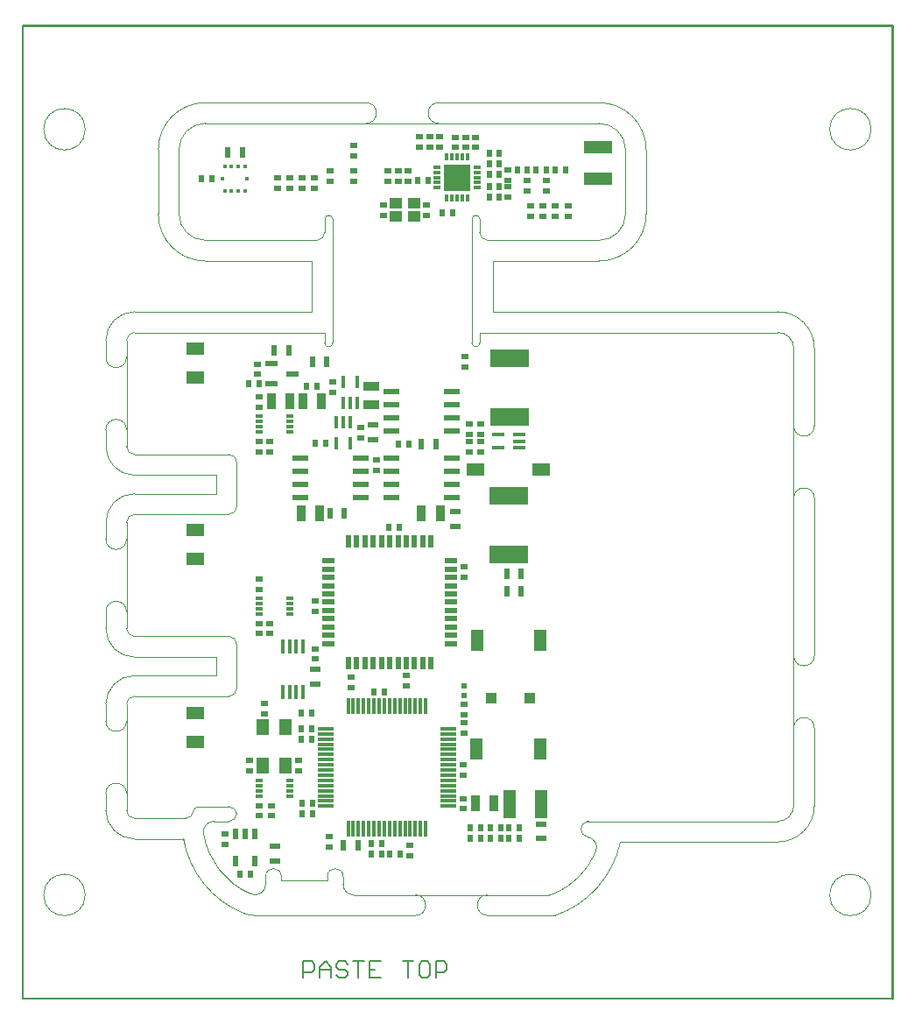
<source format=gtp>
G04*
G04 #@! TF.GenerationSoftware,Altium Limited,Altium Designer,18.1.9 (240)*
G04*
G04 Layer_Color=8421504*
%FSLAX25Y25*%
%MOIN*%
G70*
G01*
G75*
%ADD10C,0.01000*%
%ADD13C,0.00118*%
%ADD14C,0.00504*%
%ADD15C,0.00158*%
%ADD16C,0.00787*%
%ADD17R,0.02362X0.03937*%
%ADD18R,0.03740X0.06102*%
%ADD19R,0.04724X0.01968*%
%ADD20R,0.01968X0.04724*%
%ADD21R,0.01772X0.05512*%
%ADD22R,0.05906X0.02362*%
%ADD23R,0.05118X0.02362*%
%ADD24R,0.09843X0.09843*%
%ADD25R,0.01181X0.02874*%
%ADD26R,0.02874X0.01181*%
%ADD27R,0.02953X0.01968*%
%ADD28R,0.04724X0.03937*%
%ADD29R,0.04528X0.10630*%
%ADD30R,0.04331X0.04331*%
%ADD31R,0.04528X0.08268*%
%ADD32R,0.07087X0.04724*%
%ADD33R,0.02362X0.03937*%
%ADD34R,0.07087X0.04724*%
%ADD35R,0.01181X0.05906*%
%ADD36R,0.05906X0.01181*%
%ADD37R,0.04528X0.01575*%
%ADD38R,0.02362X0.01968*%
%ADD39R,0.04921X0.06299*%
%ADD40R,0.02953X0.01181*%
%ADD41R,0.14961X0.06693*%
%ADD42R,0.01575X0.01378*%
%ADD43R,0.01378X0.01575*%
%ADD44R,0.01968X0.02953*%
%ADD45R,0.03937X0.02362*%
%ADD46R,0.01575X0.04528*%
%ADD47R,0.06102X0.03740*%
%ADD48R,0.10630X0.04528*%
D10*
X0Y369767D02*
X330709D01*
Y-311D02*
Y369767D01*
D13*
X322854Y39026D02*
G03*
X322854Y39026I-7894J0D01*
G01*
X23642D02*
G03*
X23642Y39026I-7894J0D01*
G01*
Y330365D02*
G03*
X23642Y330365I-7894J0D01*
G01*
X69337Y332640D02*
G03*
X59337Y322640I0J-10000D01*
G01*
X130544Y332640D02*
G03*
X130544Y340514I0J3937D01*
G01*
X158130D02*
G03*
X158130Y332640I0J-3937D01*
G01*
X31501Y243643D02*
G03*
X39375Y243643I3937J0D01*
G01*
Y216057D02*
G03*
X31501Y216057I-3937J0D01*
G01*
X39375Y146837D02*
G03*
X31501Y146837I-3937J0D01*
G01*
Y174423D02*
G03*
X39375Y174423I3937J0D01*
G01*
Y77617D02*
G03*
X31501Y77617I-3937J0D01*
G01*
Y105203D02*
G03*
X39375Y105203I3937J0D01*
G01*
X301229Y189965D02*
G03*
X293355Y189965I-3937J0D01*
G01*
Y217550D02*
G03*
X301229Y217550I3937J0D01*
G01*
Y102560D02*
G03*
X293355Y102560I-3937J0D01*
G01*
Y130145D02*
G03*
X301229Y130145I3937J0D01*
G01*
X176885Y39059D02*
G03*
X176885Y31185I0J-3937D01*
G01*
X149299D02*
G03*
X149299Y39059I0J3937D01*
G01*
X322859Y330398D02*
G03*
X322859Y330398I-7894J0D01*
G01*
X23646D02*
G03*
X23646Y330398I-7894J0D01*
G01*
X293355Y247055D02*
G03*
X287355Y253055I-6000J0D01*
G01*
Y67055D02*
G03*
X293355Y73055I0J6000D01*
G01*
X215337Y67055D02*
G03*
X215093Y67045I0J-3000D01*
G01*
X42375Y253055D02*
G03*
X39375Y250055I0J-3000D01*
G01*
Y209645D02*
G03*
X42375Y206645I3000J0D01*
G01*
X59337Y298140D02*
G03*
X69337Y288140I10000J0D01*
G01*
X111837D02*
G03*
X114837Y291140I0J3000D01*
G01*
X173837Y296140D02*
G03*
X170837Y296140I-1500J0D01*
G01*
X173837Y291140D02*
G03*
X176837Y288140I3000J-0D01*
G01*
X229337Y322640D02*
G03*
X219337Y332640I-10000J0D01*
G01*
X117837Y296140D02*
G03*
X114837Y296140I-1500J0D01*
G01*
X69337Y332640D02*
G03*
X59337Y322640I0J-10000D01*
G01*
X219337Y288140D02*
G03*
X229337Y298140I-0J10000D01*
G01*
X98337Y46055D02*
G03*
X92337Y46055I-3000J0D01*
G01*
X86799Y39362D02*
G03*
X92337Y43055I1539J3692D01*
G01*
X68694Y62439D02*
G03*
X86799Y39362I29643J4615D01*
G01*
X72646Y67055D02*
G03*
X68694Y62439I0J-4000D01*
G01*
X78337Y67055D02*
G03*
X81328Y69825I0J3000D01*
G01*
D02*
G03*
X78337Y72595I-2991J-230D01*
G01*
X170837Y249118D02*
G03*
X173837Y249118I1500J0D01*
G01*
X214932Y67027D02*
G03*
X214921Y61084I405J-2973D01*
G01*
X81337Y134425D02*
G03*
X78337Y137425I-3000J0D01*
G01*
Y183835D02*
G03*
X81337Y186835I0J3000D01*
G01*
X78337Y114615D02*
G03*
X81337Y117615I0J3000D01*
G01*
Y203645D02*
G03*
X78337Y206645I-3000J0D01*
G01*
X200347Y39059D02*
G03*
X201887Y39367I0J4000D01*
G01*
X121837Y43059D02*
G03*
X125837Y39059I4000J0D01*
G01*
X218062Y55595D02*
G03*
X214921Y61084I-3697J1528D01*
G01*
X201887Y39367D02*
G03*
X218062Y55595I-11550J27688D01*
G01*
X121837Y46055D02*
G03*
X115837Y46055I-3000J0D01*
G01*
X114837Y249118D02*
G03*
X117837Y249118I1500J0D01*
G01*
X66809Y72595D02*
G03*
X64854Y70855I0J-1969D01*
G01*
X61875Y68205D02*
G03*
X64854Y70855I0J3000D01*
G01*
X39375Y71205D02*
G03*
X42375Y68205I3000J0D01*
G01*
Y114615D02*
G03*
X39375Y111615I0J-3000D01*
G01*
X42375Y183835D02*
G03*
X39375Y180835I0J-3000D01*
G01*
Y140425D02*
G03*
X42375Y137425I3000J0D01*
G01*
X51463Y298140D02*
G03*
X69337Y280266I17874J0D01*
G01*
Y340514D02*
G03*
X51463Y322640I0J-17874D01*
G01*
X237211D02*
G03*
X219337Y340514I-17874J0D01*
G01*
Y280266D02*
G03*
X237211Y298140I-0J17874D01*
G01*
X42375Y260929D02*
G03*
X31501Y250055I0J-10874D01*
G01*
Y209645D02*
G03*
X42375Y198771I10874J0D01*
G01*
Y191709D02*
G03*
X31501Y180835I0J-10874D01*
G01*
Y140425D02*
G03*
X42375Y129551I10874J0D01*
G01*
Y122489D02*
G03*
X31501Y111615I0J-10874D01*
G01*
Y71205D02*
G03*
X42375Y60331I10874J0D01*
G01*
X61065D02*
G03*
X83770Y32094I37272J6724D01*
G01*
X83770Y32094D02*
G03*
X88650Y31185I4567J10961D01*
G01*
X202494Y31185D02*
G03*
X227384Y59181I-12157J35870D01*
G01*
X287355D02*
G03*
X301229Y73055I0J13874D01*
G01*
Y247055D02*
G03*
X287355Y260929I-13874J0D01*
G01*
X59337Y322640D02*
X59337D01*
X238236Y67055D02*
X287355D01*
X238236Y253055D02*
X287355D01*
X293355Y73055D02*
Y102570D01*
X215337Y67055D02*
X223132D01*
X215093Y253055D02*
X223132D01*
X78214Y72595D02*
X78227D01*
X78214Y114615D02*
X78227D01*
X78214Y137425D02*
X78227D01*
X78214Y183835D02*
X78227D01*
X78214Y206645D02*
X78227D01*
X78214Y253055D02*
X114837D01*
X117837Y251874D02*
Y252679D01*
X170837Y251874D02*
Y252679D01*
X173837Y253055D02*
X215093D01*
X214932Y67027D02*
X215093Y67045D01*
X70871Y114615D02*
X72649D01*
X70871Y72595D02*
X72649D01*
X170837Y292867D02*
Y292873D01*
X117837Y292867D02*
Y292873D01*
X170837Y284827D02*
Y292867D01*
X117837Y284827D02*
Y292867D01*
X72649Y72595D02*
X78214D01*
X72649Y114615D02*
X78214D01*
X70871Y137425D02*
X72649D01*
X70871Y183835D02*
X72649D01*
X70871Y253055D02*
X72649D01*
X70871Y206645D02*
X72649D01*
Y137425D02*
X78214D01*
X72649Y183835D02*
X78214D01*
X170837Y257368D02*
Y262504D01*
X117837Y257368D02*
Y262504D01*
X233133Y67055D02*
X238236D01*
X223132Y253055D02*
X238236D01*
X72649Y206645D02*
X78214D01*
X72649Y253055D02*
X78214D01*
X117837Y252679D02*
Y257368D01*
X170837Y252679D02*
Y257368D01*
Y267194D02*
Y284827D01*
X117837Y267194D02*
Y284827D01*
Y262504D02*
Y267194D01*
X170837Y262504D02*
Y267194D01*
X42375Y253055D02*
X70871D01*
X42375Y206645D02*
X70871D01*
X223132Y67055D02*
X233133D01*
X173837Y291140D02*
Y296140D01*
X170837Y292873D02*
Y296140D01*
X69337Y288140D02*
X111837D01*
X59337Y298140D02*
Y322640D01*
X114837Y291140D02*
Y296140D01*
X117837Y292873D02*
Y296140D01*
X69337Y332641D02*
X130553D01*
X229337Y298140D02*
Y322640D01*
X176837Y288140D02*
X219337D01*
X92337Y43055D02*
Y46055D01*
X72646Y67055D02*
X78337D01*
X78227Y72595D02*
X78337D01*
X78227Y114615D02*
X78337D01*
X170837Y249118D02*
Y251874D01*
X173837Y249118D02*
Y253055D01*
X115837Y44413D02*
Y46055D01*
X98337Y44413D02*
X115837D01*
X98337D02*
Y46055D01*
X78227Y206645D02*
X78337D01*
X78227Y253055D02*
X114837Y253055D01*
X81337Y117615D02*
Y134425D01*
X78227Y137425D02*
X78337D01*
X78227Y183835D02*
X78337D01*
X125837Y39059D02*
X149312D01*
X114837Y249118D02*
Y253055D01*
X81337Y186835D02*
Y203645D01*
X117837Y249118D02*
Y251874D01*
X121837Y43059D02*
Y46055D01*
X42375Y114615D02*
X70871D01*
X66809Y72595D02*
X70871D01*
X42375Y68205D02*
X61875D01*
X39375Y71205D02*
Y77617D01*
X42375Y183835D02*
X70871D01*
X42375Y137425D02*
X70871D01*
X39375Y140425D02*
Y146837D01*
X69337Y280266D02*
X109963D01*
X51463Y298140D02*
Y322640D01*
X69337Y340514D02*
X130544D01*
X237211Y298140D02*
Y322640D01*
X178711Y280266D02*
X219337D01*
X109963Y260929D02*
Y280266D01*
X178711Y260929D02*
Y280266D01*
X42375Y260929D02*
X109963D01*
X31501Y209645D02*
Y216064D01*
X42375Y198771D02*
X73463D01*
Y191709D02*
Y198771D01*
X42375Y191709D02*
X73463D01*
X31501Y140425D02*
Y146844D01*
X42375Y129551D02*
X73463D01*
Y122489D02*
Y129551D01*
X42375Y122489D02*
X73463D01*
X31501Y71205D02*
Y77624D01*
X42375Y60331D02*
X61065D01*
X88024Y31185D02*
X149299D01*
X227384Y59181D02*
X287355D01*
X301229Y73055D02*
Y102560D01*
X178711Y260929D02*
X287355D01*
X117837Y262504D02*
Y267194D01*
X293355Y217540D02*
Y247055D01*
Y130135D02*
Y189975D01*
X176872Y39059D02*
X200347D01*
X31501Y105196D02*
Y111615D01*
Y174416D02*
Y180835D01*
Y243636D02*
Y250055D01*
X158121Y332641D02*
X219337D01*
X39375Y174423D02*
Y180835D01*
Y243643D02*
Y250055D01*
Y105203D02*
Y111615D01*
X176885Y31185D02*
X202494D01*
X158130Y340514D02*
X219337D01*
X301229Y217550D02*
Y247055D01*
Y130145D02*
Y189965D01*
X39375Y209645D02*
Y216057D01*
D14*
X0Y-312D02*
X330709D01*
X0Y-311D02*
Y369768D01*
D15*
X215337Y67055D02*
G03*
X215093Y67045I0J-3000D01*
G01*
X218062Y55595D02*
G03*
X214921Y61084I-3697J1528D01*
G01*
X201887Y39367D02*
G03*
X218062Y55595I-11550J27688D01*
G01*
X200347Y39059D02*
G03*
X201887Y39367I0J4000D01*
G01*
X121837Y43059D02*
G03*
X125837Y39059I4000J0D01*
G01*
X121837Y46055D02*
G03*
X115837Y46055I-3000J0D01*
G01*
X98337D02*
G03*
X92337Y46055I-3000J0D01*
G01*
X86799Y39362D02*
G03*
X92337Y43055I1539J3692D01*
G01*
X68694Y62439D02*
G03*
X86799Y39362I29643J4615D01*
G01*
X72646Y67055D02*
G03*
X68694Y62439I0J-4000D01*
G01*
X78337Y67055D02*
G03*
X81328Y69825I0J3000D01*
G01*
D02*
G03*
X78337Y72595I-2991J-230D01*
G01*
Y114615D02*
G03*
X81337Y117615I0J3000D01*
G01*
Y134425D02*
G03*
X78337Y137425I-3000J0D01*
G01*
Y183835D02*
G03*
X81337Y186835I0J3000D01*
G01*
Y203645D02*
G03*
X78337Y206645I-3000J0D01*
G01*
X114837Y249118D02*
G03*
X117837Y249118I1500J0D01*
G01*
X170837D02*
G03*
X173837Y249118I1500J0D01*
G01*
X215093Y67045D02*
G03*
X214921Y61084I244J-2990D01*
G01*
X39375Y71205D02*
G03*
X42375Y68205I3000J0D01*
G01*
Y114615D02*
G03*
X39375Y111615I0J-3000D01*
G01*
X66809Y72595D02*
G03*
X64854Y70855I0J-1969D01*
G01*
X61875Y68205D02*
G03*
X64854Y70855I0J3000D01*
G01*
X117837Y296140D02*
G03*
X114837Y296140I-1500J0D01*
G01*
X111837Y288140D02*
G03*
X114837Y291140I0J3000D01*
G01*
X229337Y322640D02*
G03*
X219337Y332640I-10000J0D01*
G01*
X173837Y291140D02*
G03*
X176837Y288140I3000J0D01*
G01*
X173837Y296140D02*
G03*
X170837Y296140I-1500J0D01*
G01*
X59337Y298140D02*
G03*
X69337Y288140I10000J0D01*
G01*
Y332640D02*
G03*
X59337Y322640I0J-10000D01*
G01*
X219337Y288140D02*
G03*
X229337Y298140I0J10000D01*
G01*
X42375Y183835D02*
G03*
X39375Y180835I0J-3000D01*
G01*
Y140425D02*
G03*
X42375Y137425I3000J0D01*
G01*
X39375Y209645D02*
G03*
X42375Y206645I3000J0D01*
G01*
Y253055D02*
G03*
X39375Y250055I0J-3000D01*
G01*
X293355Y247055D02*
G03*
X287355Y253055I-6000J0D01*
G01*
Y67055D02*
G03*
X293355Y73055I0J6000D01*
G01*
X215337Y67055D02*
X223132D01*
X215093Y253055D02*
X223132D01*
X125837Y39059D02*
X200347D01*
X121837Y43059D02*
Y46055D01*
X115837Y44413D02*
Y46055D01*
X98337Y44413D02*
X115837D01*
X98337D02*
Y46055D01*
X92337Y43055D02*
Y46055D01*
X72646Y67055D02*
X78337D01*
X78214Y72595D02*
X78337D01*
X78214Y114615D02*
X78337D01*
X81337Y117615D02*
Y134425D01*
X78214Y137425D02*
X78337D01*
X78214Y183835D02*
X78337D01*
X81337Y186835D02*
Y203645D01*
X78214Y206645D02*
X78337D01*
X78214Y253055D02*
X114837D01*
Y249118D02*
Y253055D01*
X117837Y249118D02*
Y252679D01*
X170837Y249118D02*
Y252679D01*
X173837Y249118D02*
Y253055D01*
X215093D01*
X42375Y68205D02*
X61875D01*
X39375Y71205D02*
Y111615D01*
X42375Y114615D02*
X72649D01*
X66809Y72595D02*
X72649D01*
X114837Y291140D02*
Y296140D01*
X69337Y288140D02*
X111837D01*
X69337Y332640D02*
X219337D01*
X229337Y298140D02*
Y322640D01*
X173837Y291140D02*
Y296140D01*
X170837Y292867D02*
Y296140D01*
X59337Y298140D02*
Y322640D01*
X117837Y292867D02*
Y296140D01*
X176837Y288140D02*
X219337D01*
X42375Y183835D02*
X72649D01*
X39375Y140425D02*
Y180835D01*
X42375Y137425D02*
X72649D01*
X42375Y253055D02*
X72649D01*
X42375Y206645D02*
X72649D01*
Y137425D02*
X78214D01*
X72649Y183835D02*
X78214D01*
X170837Y252679D02*
Y257368D01*
X117837Y252679D02*
Y257368D01*
X72649Y206645D02*
X78214D01*
X72649Y253055D02*
X78214D01*
X72649Y72595D02*
X78214D01*
X72649Y114615D02*
X78214D01*
X170837Y257368D02*
Y262504D01*
X117837Y257368D02*
Y262504D01*
X170837Y284827D02*
Y292867D01*
X117837Y284827D02*
Y292867D01*
X170837Y267194D02*
Y284827D01*
X117837Y267194D02*
Y284827D01*
X293355Y73055D02*
Y247055D01*
X223132Y253055D02*
X287355D01*
X223132Y67055D02*
X287355D01*
X117837Y262504D02*
Y267194D01*
X170837Y262504D02*
Y267194D01*
X39375Y209645D02*
Y250055D01*
D16*
X106697Y7480D02*
Y13778D01*
X109846D01*
X110896Y12728D01*
Y10629D01*
X109846Y9579D01*
X106697D01*
X112995Y7480D02*
Y11678D01*
X115094Y13778D01*
X117193Y11678D01*
Y7480D01*
Y10629D01*
X112995D01*
X123490Y12728D02*
X122440Y13778D01*
X120341D01*
X119292Y12728D01*
Y11678D01*
X120341Y10629D01*
X122440D01*
X123490Y9579D01*
Y8530D01*
X122440Y7480D01*
X120341D01*
X119292Y8530D01*
X125589Y13778D02*
X129787D01*
X127688D01*
Y7480D01*
X136084Y13778D02*
X131886D01*
Y7480D01*
X136084D01*
X131886Y10629D02*
X133985D01*
X144480Y13778D02*
X148679D01*
X146580D01*
Y7480D01*
X153926Y13778D02*
X151827D01*
X150778Y12728D01*
Y8530D01*
X151827Y7480D01*
X153926D01*
X154976Y8530D01*
Y12728D01*
X153926Y13778D01*
X157075Y7480D02*
Y13778D01*
X160223D01*
X161273Y12728D01*
Y10629D01*
X160223Y9579D01*
X157075D01*
D17*
X122353Y184100D02*
D03*
X116841D02*
D03*
X127471Y57996D02*
D03*
X121959D02*
D03*
X77865Y321502D02*
D03*
X83376D02*
D03*
X189577Y154671D02*
D03*
X184065D02*
D03*
X95581Y246305D02*
D03*
X101093D02*
D03*
X115651Y241974D02*
D03*
X110140D02*
D03*
X151647Y210675D02*
D03*
X157159D02*
D03*
X184073Y161266D02*
D03*
X189585D02*
D03*
D18*
X112904Y184100D02*
D03*
X105817D02*
D03*
X179144Y73766D02*
D03*
X172057D02*
D03*
X106408Y226915D02*
D03*
X113495D02*
D03*
X94400D02*
D03*
X101487D02*
D03*
X158733Y184179D02*
D03*
X151647D02*
D03*
D19*
X162805Y134691D02*
D03*
Y137840D02*
D03*
Y140990D02*
D03*
Y144140D02*
D03*
Y147289D02*
D03*
Y150439D02*
D03*
Y153588D02*
D03*
Y156738D02*
D03*
Y159888D02*
D03*
Y163037D02*
D03*
Y166187D02*
D03*
X116349D02*
D03*
Y163037D02*
D03*
Y159888D02*
D03*
Y156738D02*
D03*
Y153588D02*
D03*
Y150439D02*
D03*
Y147289D02*
D03*
Y144140D02*
D03*
Y140990D02*
D03*
Y137840D02*
D03*
Y134691D02*
D03*
D20*
X155325Y127211D02*
D03*
X152175D02*
D03*
X149026D02*
D03*
X145876D02*
D03*
X142727D02*
D03*
X139577D02*
D03*
X136427D02*
D03*
X133278D02*
D03*
X130128D02*
D03*
X126978D02*
D03*
X123829D02*
D03*
Y173668D02*
D03*
X126978D02*
D03*
X130128D02*
D03*
X133278D02*
D03*
X136427D02*
D03*
X139577D02*
D03*
X142727D02*
D03*
X145876D02*
D03*
X149026D02*
D03*
X152175D02*
D03*
X155325D02*
D03*
D21*
X106506Y116187D02*
D03*
X103947D02*
D03*
X101388D02*
D03*
X98829D02*
D03*
Y133510D02*
D03*
X101388D02*
D03*
X103947D02*
D03*
X106506D02*
D03*
D22*
X163101Y215577D02*
D03*
Y220577D02*
D03*
Y225577D02*
D03*
Y230577D02*
D03*
X140266Y215577D02*
D03*
Y220577D02*
D03*
Y225577D02*
D03*
Y230577D02*
D03*
X128393Y190183D02*
D03*
Y195183D02*
D03*
Y200183D02*
D03*
Y205183D02*
D03*
X105559Y190183D02*
D03*
Y195183D02*
D03*
Y200183D02*
D03*
Y205183D02*
D03*
X163101Y190163D02*
D03*
Y195163D02*
D03*
Y200163D02*
D03*
Y205163D02*
D03*
X140266Y190163D02*
D03*
Y195163D02*
D03*
Y200163D02*
D03*
Y205163D02*
D03*
D23*
X94400Y233608D02*
D03*
Y241089D02*
D03*
X102392Y237348D02*
D03*
D24*
X165266Y312053D02*
D03*
D25*
X161329Y319790D02*
D03*
X163298D02*
D03*
X165266D02*
D03*
X167235D02*
D03*
X169203D02*
D03*
Y304317D02*
D03*
X167235D02*
D03*
X165266D02*
D03*
X163298D02*
D03*
X161329D02*
D03*
D26*
X173002Y315990D02*
D03*
Y314022D02*
D03*
Y312053D02*
D03*
Y310085D02*
D03*
Y308117D02*
D03*
X157530D02*
D03*
Y310085D02*
D03*
Y312053D02*
D03*
Y314022D02*
D03*
Y315990D02*
D03*
D27*
X138770Y314611D02*
D03*
Y310674D02*
D03*
X86132Y90203D02*
D03*
Y86266D02*
D03*
X168213Y243882D02*
D03*
Y239945D02*
D03*
X137117Y297683D02*
D03*
Y301620D02*
D03*
X110896Y307959D02*
D03*
Y311895D02*
D03*
X106172Y307959D02*
D03*
Y311895D02*
D03*
X101447D02*
D03*
Y307959D02*
D03*
X96723Y311895D02*
D03*
Y307959D02*
D03*
X116911Y314612D02*
D03*
Y310675D02*
D03*
X125959Y324258D02*
D03*
Y320321D02*
D03*
Y314612D02*
D03*
Y310675D02*
D03*
X146644Y310674D02*
D03*
Y314611D02*
D03*
X142707Y310674D02*
D03*
Y314611D02*
D03*
X153652Y301620D02*
D03*
Y297683D02*
D03*
X172286Y323470D02*
D03*
Y327407D02*
D03*
X168416Y323470D02*
D03*
Y327407D02*
D03*
X164479Y323470D02*
D03*
Y327407D02*
D03*
X158672Y327506D02*
D03*
Y323569D02*
D03*
X154735D02*
D03*
Y327506D02*
D03*
X150798D02*
D03*
Y323569D02*
D03*
X184557Y308451D02*
D03*
Y304514D02*
D03*
X192038Y310979D02*
D03*
Y307042D02*
D03*
X199223Y310979D02*
D03*
Y307042D02*
D03*
X207392Y297366D02*
D03*
Y301303D02*
D03*
X202668D02*
D03*
Y297366D02*
D03*
X197943D02*
D03*
Y301303D02*
D03*
X193219D02*
D03*
Y297366D02*
D03*
X124813Y121896D02*
D03*
Y117958D02*
D03*
X145876Y122584D02*
D03*
Y118648D02*
D03*
X167727Y107624D02*
D03*
Y111561D02*
D03*
X167431Y71797D02*
D03*
Y75734D02*
D03*
X167431Y84592D02*
D03*
Y88529D02*
D03*
X147353Y57959D02*
D03*
Y54022D02*
D03*
X116447Y57405D02*
D03*
Y61342D02*
D03*
X76782Y62289D02*
D03*
Y58352D02*
D03*
X89872Y73061D02*
D03*
Y69124D02*
D03*
X104931Y86364D02*
D03*
Y90301D02*
D03*
X92038Y107985D02*
D03*
Y111922D02*
D03*
X111329Y128785D02*
D03*
Y132722D02*
D03*
X111231Y146896D02*
D03*
Y150832D02*
D03*
X89872Y159289D02*
D03*
Y155352D02*
D03*
Y211561D02*
D03*
Y207624D02*
D03*
Y228490D02*
D03*
Y224553D02*
D03*
X89282Y241067D02*
D03*
Y237130D02*
D03*
X117825Y234199D02*
D03*
Y230262D02*
D03*
X167924Y159888D02*
D03*
Y163825D02*
D03*
X134656Y204651D02*
D03*
Y200714D02*
D03*
X169991Y214218D02*
D03*
Y218155D02*
D03*
Y207525D02*
D03*
Y211462D02*
D03*
X174223Y207525D02*
D03*
Y211462D02*
D03*
Y214218D02*
D03*
Y218155D02*
D03*
X128616Y213037D02*
D03*
Y216974D02*
D03*
X89872Y142360D02*
D03*
Y138423D02*
D03*
X94006Y138431D02*
D03*
Y142368D02*
D03*
Y207677D02*
D03*
Y211613D02*
D03*
X167727Y100734D02*
D03*
Y104671D02*
D03*
X94400Y69124D02*
D03*
Y73061D02*
D03*
X184557Y310970D02*
D03*
Y314907D02*
D03*
D28*
X148731Y302210D02*
D03*
X142038D02*
D03*
Y297092D02*
D03*
X148731D02*
D03*
D29*
X197057Y73469D02*
D03*
X185247D02*
D03*
D30*
X178160Y114022D02*
D03*
X192727D02*
D03*
D31*
X172747Y135872D02*
D03*
X196959D02*
D03*
X196911Y94489D02*
D03*
X172698D02*
D03*
D32*
X65463Y108390D02*
D03*
Y97366D02*
D03*
Y177878D02*
D03*
Y166854D02*
D03*
Y246775D02*
D03*
Y235752D02*
D03*
D33*
X88298Y52053D02*
D03*
X80817D02*
D03*
Y62289D02*
D03*
X84557D02*
D03*
X88298D02*
D03*
D34*
X197250Y200931D02*
D03*
X172053D02*
D03*
D35*
X139479Y110774D02*
D03*
X153258D02*
D03*
X151290D02*
D03*
X149321D02*
D03*
X147353D02*
D03*
X145384D02*
D03*
X143416D02*
D03*
X141447D02*
D03*
X137510D02*
D03*
X135542D02*
D03*
X133573D02*
D03*
X131605D02*
D03*
X129636D02*
D03*
X127668D02*
D03*
X125699D02*
D03*
X123731D02*
D03*
Y64317D02*
D03*
X125699D02*
D03*
X127668D02*
D03*
X129636D02*
D03*
X131605D02*
D03*
X133573D02*
D03*
X135542D02*
D03*
X137510D02*
D03*
X141447D02*
D03*
X143416D02*
D03*
X145384D02*
D03*
X147353D02*
D03*
X149321D02*
D03*
X151290D02*
D03*
X153258D02*
D03*
X139479D02*
D03*
D36*
X161723Y88529D02*
D03*
Y102309D02*
D03*
Y100340D02*
D03*
Y98372D02*
D03*
Y96403D02*
D03*
Y94435D02*
D03*
Y92466D02*
D03*
Y90498D02*
D03*
Y86561D02*
D03*
Y84592D02*
D03*
Y82624D02*
D03*
Y80655D02*
D03*
Y78687D02*
D03*
Y76718D02*
D03*
Y74750D02*
D03*
Y72781D02*
D03*
X115266D02*
D03*
Y74750D02*
D03*
Y76718D02*
D03*
Y78687D02*
D03*
Y80655D02*
D03*
Y82624D02*
D03*
Y84592D02*
D03*
Y86561D02*
D03*
Y90498D02*
D03*
Y92466D02*
D03*
Y94435D02*
D03*
Y96403D02*
D03*
Y98372D02*
D03*
Y100340D02*
D03*
Y102309D02*
D03*
Y88529D02*
D03*
D37*
X180817Y209100D02*
D03*
Y214218D02*
D03*
X188888D02*
D03*
Y211659D02*
D03*
Y209100D02*
D03*
D38*
X167727Y118451D02*
D03*
Y114907D02*
D03*
D39*
X99813Y88234D02*
D03*
Y102801D02*
D03*
X91152D02*
D03*
Y88234D02*
D03*
D40*
X101683Y76703D02*
D03*
Y78671D02*
D03*
Y80640D02*
D03*
Y82608D02*
D03*
X89872D02*
D03*
Y80640D02*
D03*
Y78671D02*
D03*
Y76703D02*
D03*
Y146002D02*
D03*
Y147970D02*
D03*
Y149939D02*
D03*
Y151907D02*
D03*
X101683D02*
D03*
Y149939D02*
D03*
Y147970D02*
D03*
Y146002D02*
D03*
Y215203D02*
D03*
Y217171D02*
D03*
Y219140D02*
D03*
Y221108D02*
D03*
X89872D02*
D03*
Y219140D02*
D03*
Y217171D02*
D03*
Y215203D02*
D03*
D41*
X185247Y243352D02*
D03*
Y220911D02*
D03*
X184951Y190990D02*
D03*
Y168549D02*
D03*
D42*
X75890Y311598D02*
D03*
X85339D02*
D03*
D43*
X84453Y316323D02*
D03*
X81894D02*
D03*
X79335D02*
D03*
X76776D02*
D03*
X76776Y306874D02*
D03*
X79335D02*
D03*
X81894D02*
D03*
X84453D02*
D03*
D44*
X177373Y321108D02*
D03*
X181309D02*
D03*
X146922Y210577D02*
D03*
X142985D02*
D03*
X184903Y64647D02*
D03*
X188840D02*
D03*
X181852D02*
D03*
X177915D02*
D03*
X170246Y64651D02*
D03*
X174183D02*
D03*
X184903Y60415D02*
D03*
X188840D02*
D03*
X181852D02*
D03*
X177915D02*
D03*
X170247Y60518D02*
D03*
X174184D02*
D03*
X71959Y311659D02*
D03*
X68022D02*
D03*
X154144Y311069D02*
D03*
X150207D02*
D03*
X163495Y298569D02*
D03*
X159557D02*
D03*
X177373Y317171D02*
D03*
X181309D02*
D03*
X177373Y313234D02*
D03*
X181309D02*
D03*
Y308510D02*
D03*
X177373D02*
D03*
Y304514D02*
D03*
X181309D02*
D03*
X188101Y314907D02*
D03*
X192038D02*
D03*
X202668D02*
D03*
X206605D02*
D03*
X133573Y116285D02*
D03*
X137510D02*
D03*
X139676Y54415D02*
D03*
X143613D02*
D03*
X136428D02*
D03*
X132491D02*
D03*
X136428Y58411D02*
D03*
X132491D02*
D03*
X110148Y69829D02*
D03*
X106211D02*
D03*
X110148Y73864D02*
D03*
X106211D02*
D03*
X86526Y46935D02*
D03*
X82589D02*
D03*
X109951Y98372D02*
D03*
X106014D02*
D03*
X109951Y102309D02*
D03*
X106014D02*
D03*
X89872Y233510D02*
D03*
X85935D02*
D03*
X107983Y232525D02*
D03*
X111920D02*
D03*
X111329Y210872D02*
D03*
X115266D02*
D03*
X139183Y178982D02*
D03*
X143121D02*
D03*
X109853Y108116D02*
D03*
X105916D02*
D03*
X199223Y314907D02*
D03*
X195286D02*
D03*
D45*
X197057Y60419D02*
D03*
Y65931D02*
D03*
X95975Y57565D02*
D03*
Y52053D02*
D03*
X164479Y179277D02*
D03*
Y184789D02*
D03*
X133144Y212348D02*
D03*
Y217860D02*
D03*
X111329Y119336D02*
D03*
Y124848D02*
D03*
D46*
X124483Y210970D02*
D03*
X119364D02*
D03*
Y219041D02*
D03*
X121923D02*
D03*
X124483D02*
D03*
X121959Y234199D02*
D03*
X127077D02*
D03*
Y226128D02*
D03*
X124518D02*
D03*
X121959D02*
D03*
D47*
X132687Y225636D02*
D03*
Y232722D02*
D03*
D48*
X218810Y311659D02*
D03*
Y323470D02*
D03*
M02*

</source>
